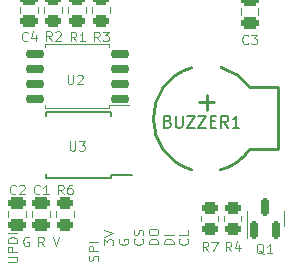
<source format=gbr>
%TF.GenerationSoftware,KiCad,Pcbnew,7.0.10*%
%TF.CreationDate,2026-02-12T12:37:37+08:00*%
%TF.ProjectId,NeepNeep-DAC-V2,4e656570-4e65-4657-902d-4441432d5632,V2*%
%TF.SameCoordinates,Original*%
%TF.FileFunction,Legend,Top*%
%TF.FilePolarity,Positive*%
%FSLAX46Y46*%
G04 Gerber Fmt 4.6, Leading zero omitted, Abs format (unit mm)*
G04 Created by KiCad (PCBNEW 7.0.10) date 2026-02-12 12:37:37*
%MOMM*%
%LPD*%
G01*
G04 APERTURE LIST*
G04 Aperture macros list*
%AMRoundRect*
0 Rectangle with rounded corners*
0 $1 Rounding radius*
0 $2 $3 $4 $5 $6 $7 $8 $9 X,Y pos of 4 corners*
0 Add a 4 corners polygon primitive as box body*
4,1,4,$2,$3,$4,$5,$6,$7,$8,$9,$2,$3,0*
0 Add four circle primitives for the rounded corners*
1,1,$1+$1,$2,$3*
1,1,$1+$1,$4,$5*
1,1,$1+$1,$6,$7*
1,1,$1+$1,$8,$9*
0 Add four rect primitives between the rounded corners*
20,1,$1+$1,$2,$3,$4,$5,0*
20,1,$1+$1,$4,$5,$6,$7,0*
20,1,$1+$1,$6,$7,$8,$9,0*
20,1,$1+$1,$8,$9,$2,$3,0*%
G04 Aperture macros list end*
%ADD10C,0.100000*%
%ADD11C,0.150000*%
%ADD12C,0.120000*%
%ADD13C,0.250000*%
%ADD14R,1.000000X1.000000*%
%ADD15O,1.000000X1.000000*%
%ADD16RoundRect,0.250000X-0.475000X0.250000X-0.475000X-0.250000X0.475000X-0.250000X0.475000X0.250000X0*%
%ADD17RoundRect,0.250000X-0.450000X0.262500X-0.450000X-0.262500X0.450000X-0.262500X0.450000X0.262500X0*%
%ADD18R,2.000000X3.000000*%
%ADD19RoundRect,0.150000X0.150000X-0.587500X0.150000X0.587500X-0.150000X0.587500X-0.150000X-0.587500X0*%
%ADD20RoundRect,0.150000X0.650000X0.150000X-0.650000X0.150000X-0.650000X-0.150000X0.650000X-0.150000X0*%
%ADD21R,1.700000X0.650000*%
G04 APERTURE END LIST*
D10*
X-4042200Y-11541830D02*
X-4004105Y-11427544D01*
X-4004105Y-11427544D02*
X-4004105Y-11237068D01*
X-4004105Y-11237068D02*
X-4042200Y-11160877D01*
X-4042200Y-11160877D02*
X-4080296Y-11122782D01*
X-4080296Y-11122782D02*
X-4156486Y-11084687D01*
X-4156486Y-11084687D02*
X-4232677Y-11084687D01*
X-4232677Y-11084687D02*
X-4308867Y-11122782D01*
X-4308867Y-11122782D02*
X-4346962Y-11160877D01*
X-4346962Y-11160877D02*
X-4385058Y-11237068D01*
X-4385058Y-11237068D02*
X-4423153Y-11389449D01*
X-4423153Y-11389449D02*
X-4461248Y-11465639D01*
X-4461248Y-11465639D02*
X-4499343Y-11503734D01*
X-4499343Y-11503734D02*
X-4575534Y-11541830D01*
X-4575534Y-11541830D02*
X-4651724Y-11541830D01*
X-4651724Y-11541830D02*
X-4727915Y-11503734D01*
X-4727915Y-11503734D02*
X-4766010Y-11465639D01*
X-4766010Y-11465639D02*
X-4804105Y-11389449D01*
X-4804105Y-11389449D02*
X-4804105Y-11198972D01*
X-4804105Y-11198972D02*
X-4766010Y-11084687D01*
X-4004105Y-10741829D02*
X-4804105Y-10741829D01*
X-4804105Y-10741829D02*
X-4804105Y-10437067D01*
X-4804105Y-10437067D02*
X-4766010Y-10360877D01*
X-4766010Y-10360877D02*
X-4727915Y-10322782D01*
X-4727915Y-10322782D02*
X-4651724Y-10284686D01*
X-4651724Y-10284686D02*
X-4537439Y-10284686D01*
X-4537439Y-10284686D02*
X-4461248Y-10322782D01*
X-4461248Y-10322782D02*
X-4423153Y-10360877D01*
X-4423153Y-10360877D02*
X-4385058Y-10437067D01*
X-4385058Y-10437067D02*
X-4385058Y-10741829D01*
X-4004105Y-9941829D02*
X-4804105Y-9941829D01*
X-11662105Y-11630734D02*
X-11014486Y-11630734D01*
X-11014486Y-11630734D02*
X-10938296Y-11592639D01*
X-10938296Y-11592639D02*
X-10900200Y-11554544D01*
X-10900200Y-11554544D02*
X-10862105Y-11478353D01*
X-10862105Y-11478353D02*
X-10862105Y-11325972D01*
X-10862105Y-11325972D02*
X-10900200Y-11249782D01*
X-10900200Y-11249782D02*
X-10938296Y-11211687D01*
X-10938296Y-11211687D02*
X-11014486Y-11173591D01*
X-11014486Y-11173591D02*
X-11662105Y-11173591D01*
X-10862105Y-10792639D02*
X-11662105Y-10792639D01*
X-11662105Y-10792639D02*
X-11662105Y-10487877D01*
X-11662105Y-10487877D02*
X-11624010Y-10411687D01*
X-11624010Y-10411687D02*
X-11585915Y-10373592D01*
X-11585915Y-10373592D02*
X-11509724Y-10335496D01*
X-11509724Y-10335496D02*
X-11395439Y-10335496D01*
X-11395439Y-10335496D02*
X-11319248Y-10373592D01*
X-11319248Y-10373592D02*
X-11281153Y-10411687D01*
X-11281153Y-10411687D02*
X-11243058Y-10487877D01*
X-11243058Y-10487877D02*
X-11243058Y-10792639D01*
X-10862105Y-9992639D02*
X-11662105Y-9992639D01*
X-11662105Y-9992639D02*
X-11662105Y-9802163D01*
X-11662105Y-9802163D02*
X-11624010Y-9687877D01*
X-11624010Y-9687877D02*
X-11547820Y-9611687D01*
X-11547820Y-9611687D02*
X-11471629Y-9573592D01*
X-11471629Y-9573592D02*
X-11319248Y-9535496D01*
X-11319248Y-9535496D02*
X-11204962Y-9535496D01*
X-11204962Y-9535496D02*
X-11052581Y-9573592D01*
X-11052581Y-9573592D02*
X-10976391Y-9611687D01*
X-10976391Y-9611687D02*
X-10900200Y-9687877D01*
X-10900200Y-9687877D02*
X-10862105Y-9802163D01*
X-10862105Y-9802163D02*
X-10862105Y-9992639D01*
X-10862105Y-9192639D02*
X-11662105Y-9192639D01*
X-3534105Y-10202761D02*
X-3534105Y-9707523D01*
X-3534105Y-9707523D02*
X-3229343Y-9974189D01*
X-3229343Y-9974189D02*
X-3229343Y-9859904D01*
X-3229343Y-9859904D02*
X-3191248Y-9783713D01*
X-3191248Y-9783713D02*
X-3153153Y-9745618D01*
X-3153153Y-9745618D02*
X-3076962Y-9707523D01*
X-3076962Y-9707523D02*
X-2886486Y-9707523D01*
X-2886486Y-9707523D02*
X-2810296Y-9745618D01*
X-2810296Y-9745618D02*
X-2772200Y-9783713D01*
X-2772200Y-9783713D02*
X-2734105Y-9859904D01*
X-2734105Y-9859904D02*
X-2734105Y-10088475D01*
X-2734105Y-10088475D02*
X-2772200Y-10164666D01*
X-2772200Y-10164666D02*
X-2810296Y-10202761D01*
X-3534105Y-9478951D02*
X-2734105Y-9212284D01*
X-2734105Y-9212284D02*
X-3534105Y-8945618D01*
X2390895Y-10126570D02*
X1590895Y-10126570D01*
X1590895Y-10126570D02*
X1590895Y-9936094D01*
X1590895Y-9936094D02*
X1628990Y-9821808D01*
X1628990Y-9821808D02*
X1705180Y-9745618D01*
X1705180Y-9745618D02*
X1781371Y-9707523D01*
X1781371Y-9707523D02*
X1933752Y-9669427D01*
X1933752Y-9669427D02*
X2048038Y-9669427D01*
X2048038Y-9669427D02*
X2200419Y-9707523D01*
X2200419Y-9707523D02*
X2276609Y-9745618D01*
X2276609Y-9745618D02*
X2352800Y-9821808D01*
X2352800Y-9821808D02*
X2390895Y-9936094D01*
X2390895Y-9936094D02*
X2390895Y-10126570D01*
X2390895Y-9326570D02*
X1590895Y-9326570D01*
X1090895Y-10126570D02*
X290895Y-10126570D01*
X290895Y-10126570D02*
X290895Y-9936094D01*
X290895Y-9936094D02*
X328990Y-9821808D01*
X328990Y-9821808D02*
X405180Y-9745618D01*
X405180Y-9745618D02*
X481371Y-9707523D01*
X481371Y-9707523D02*
X633752Y-9669427D01*
X633752Y-9669427D02*
X748038Y-9669427D01*
X748038Y-9669427D02*
X900419Y-9707523D01*
X900419Y-9707523D02*
X976609Y-9745618D01*
X976609Y-9745618D02*
X1052800Y-9821808D01*
X1052800Y-9821808D02*
X1090895Y-9936094D01*
X1090895Y-9936094D02*
X1090895Y-10126570D01*
X290895Y-9174189D02*
X290895Y-9021808D01*
X290895Y-9021808D02*
X328990Y-8945618D01*
X328990Y-8945618D02*
X405180Y-8869427D01*
X405180Y-8869427D02*
X557561Y-8831332D01*
X557561Y-8831332D02*
X824228Y-8831332D01*
X824228Y-8831332D02*
X976609Y-8869427D01*
X976609Y-8869427D02*
X1052800Y-8945618D01*
X1052800Y-8945618D02*
X1090895Y-9021808D01*
X1090895Y-9021808D02*
X1090895Y-9174189D01*
X1090895Y-9174189D02*
X1052800Y-9250380D01*
X1052800Y-9250380D02*
X976609Y-9326570D01*
X976609Y-9326570D02*
X824228Y-9364666D01*
X824228Y-9364666D02*
X557561Y-9364666D01*
X557561Y-9364666D02*
X405180Y-9326570D01*
X405180Y-9326570D02*
X328990Y-9250380D01*
X328990Y-9250380D02*
X290895Y-9174189D01*
X-260296Y-9681332D02*
X-222200Y-9719428D01*
X-222200Y-9719428D02*
X-184105Y-9833713D01*
X-184105Y-9833713D02*
X-184105Y-9909904D01*
X-184105Y-9909904D02*
X-222200Y-10024190D01*
X-222200Y-10024190D02*
X-298391Y-10100380D01*
X-298391Y-10100380D02*
X-374581Y-10138475D01*
X-374581Y-10138475D02*
X-526962Y-10176571D01*
X-526962Y-10176571D02*
X-641248Y-10176571D01*
X-641248Y-10176571D02*
X-793629Y-10138475D01*
X-793629Y-10138475D02*
X-869820Y-10100380D01*
X-869820Y-10100380D02*
X-946010Y-10024190D01*
X-946010Y-10024190D02*
X-984105Y-9909904D01*
X-984105Y-9909904D02*
X-984105Y-9833713D01*
X-984105Y-9833713D02*
X-946010Y-9719428D01*
X-946010Y-9719428D02*
X-907915Y-9681332D01*
X-222200Y-9376571D02*
X-184105Y-9262285D01*
X-184105Y-9262285D02*
X-184105Y-9071809D01*
X-184105Y-9071809D02*
X-222200Y-8995618D01*
X-222200Y-8995618D02*
X-260296Y-8957523D01*
X-260296Y-8957523D02*
X-336486Y-8919428D01*
X-336486Y-8919428D02*
X-412677Y-8919428D01*
X-412677Y-8919428D02*
X-488867Y-8957523D01*
X-488867Y-8957523D02*
X-526962Y-8995618D01*
X-526962Y-8995618D02*
X-565058Y-9071809D01*
X-565058Y-9071809D02*
X-603153Y-9224190D01*
X-603153Y-9224190D02*
X-641248Y-9300380D01*
X-641248Y-9300380D02*
X-679343Y-9338475D01*
X-679343Y-9338475D02*
X-755534Y-9376571D01*
X-755534Y-9376571D02*
X-831724Y-9376571D01*
X-831724Y-9376571D02*
X-907915Y-9338475D01*
X-907915Y-9338475D02*
X-946010Y-9300380D01*
X-946010Y-9300380D02*
X-984105Y-9224190D01*
X-984105Y-9224190D02*
X-984105Y-9033713D01*
X-984105Y-9033713D02*
X-946010Y-8919428D01*
X-2221010Y-9707523D02*
X-2259105Y-9783713D01*
X-2259105Y-9783713D02*
X-2259105Y-9897999D01*
X-2259105Y-9897999D02*
X-2221010Y-10012285D01*
X-2221010Y-10012285D02*
X-2144820Y-10088475D01*
X-2144820Y-10088475D02*
X-2068629Y-10126570D01*
X-2068629Y-10126570D02*
X-1916248Y-10164666D01*
X-1916248Y-10164666D02*
X-1801962Y-10164666D01*
X-1801962Y-10164666D02*
X-1649581Y-10126570D01*
X-1649581Y-10126570D02*
X-1573391Y-10088475D01*
X-1573391Y-10088475D02*
X-1497200Y-10012285D01*
X-1497200Y-10012285D02*
X-1459105Y-9897999D01*
X-1459105Y-9897999D02*
X-1459105Y-9821808D01*
X-1459105Y-9821808D02*
X-1497200Y-9707523D01*
X-1497200Y-9707523D02*
X-1535296Y-9669427D01*
X-1535296Y-9669427D02*
X-1801962Y-9669427D01*
X-1801962Y-9669427D02*
X-1801962Y-9821808D01*
X3564704Y-9669427D02*
X3602800Y-9707523D01*
X3602800Y-9707523D02*
X3640895Y-9821808D01*
X3640895Y-9821808D02*
X3640895Y-9897999D01*
X3640895Y-9897999D02*
X3602800Y-10012285D01*
X3602800Y-10012285D02*
X3526609Y-10088475D01*
X3526609Y-10088475D02*
X3450419Y-10126570D01*
X3450419Y-10126570D02*
X3298038Y-10164666D01*
X3298038Y-10164666D02*
X3183752Y-10164666D01*
X3183752Y-10164666D02*
X3031371Y-10126570D01*
X3031371Y-10126570D02*
X2955180Y-10088475D01*
X2955180Y-10088475D02*
X2878990Y-10012285D01*
X2878990Y-10012285D02*
X2840895Y-9897999D01*
X2840895Y-9897999D02*
X2840895Y-9821808D01*
X2840895Y-9821808D02*
X2878990Y-9707523D01*
X2878990Y-9707523D02*
X2917085Y-9669427D01*
X3640895Y-8945618D02*
X3640895Y-9326570D01*
X3640895Y-9326570D02*
X2840895Y-9326570D01*
X-8586381Y-10287895D02*
X-8853048Y-9906942D01*
X-9043524Y-10287895D02*
X-9043524Y-9487895D01*
X-9043524Y-9487895D02*
X-8738762Y-9487895D01*
X-8738762Y-9487895D02*
X-8662572Y-9525990D01*
X-8662572Y-9525990D02*
X-8624477Y-9564085D01*
X-8624477Y-9564085D02*
X-8586381Y-9640276D01*
X-8586381Y-9640276D02*
X-8586381Y-9754561D01*
X-8586381Y-9754561D02*
X-8624477Y-9830752D01*
X-8624477Y-9830752D02*
X-8662572Y-9868847D01*
X-8662572Y-9868847D02*
X-8738762Y-9906942D01*
X-8738762Y-9906942D02*
X-9043524Y-9906942D01*
X-7800667Y-9487895D02*
X-7534000Y-10287895D01*
X-7534000Y-10287895D02*
X-7267334Y-9487895D01*
X-9874477Y-9550990D02*
X-9950667Y-9512895D01*
X-9950667Y-9512895D02*
X-10064953Y-9512895D01*
X-10064953Y-9512895D02*
X-10179239Y-9550990D01*
X-10179239Y-9550990D02*
X-10255429Y-9627180D01*
X-10255429Y-9627180D02*
X-10293524Y-9703371D01*
X-10293524Y-9703371D02*
X-10331620Y-9855752D01*
X-10331620Y-9855752D02*
X-10331620Y-9970038D01*
X-10331620Y-9970038D02*
X-10293524Y-10122419D01*
X-10293524Y-10122419D02*
X-10255429Y-10198609D01*
X-10255429Y-10198609D02*
X-10179239Y-10274800D01*
X-10179239Y-10274800D02*
X-10064953Y-10312895D01*
X-10064953Y-10312895D02*
X-9988762Y-10312895D01*
X-9988762Y-10312895D02*
X-9874477Y-10274800D01*
X-9874477Y-10274800D02*
X-9836381Y-10236704D01*
X-9836381Y-10236704D02*
X-9836381Y-9970038D01*
X-9836381Y-9970038D02*
X-9988762Y-9970038D01*
X-8947333Y-5825704D02*
X-8985429Y-5863800D01*
X-8985429Y-5863800D02*
X-9099714Y-5901895D01*
X-9099714Y-5901895D02*
X-9175905Y-5901895D01*
X-9175905Y-5901895D02*
X-9290191Y-5863800D01*
X-9290191Y-5863800D02*
X-9366381Y-5787609D01*
X-9366381Y-5787609D02*
X-9404476Y-5711419D01*
X-9404476Y-5711419D02*
X-9442572Y-5559038D01*
X-9442572Y-5559038D02*
X-9442572Y-5444752D01*
X-9442572Y-5444752D02*
X-9404476Y-5292371D01*
X-9404476Y-5292371D02*
X-9366381Y-5216180D01*
X-9366381Y-5216180D02*
X-9290191Y-5139990D01*
X-9290191Y-5139990D02*
X-9175905Y-5101895D01*
X-9175905Y-5101895D02*
X-9099714Y-5101895D01*
X-9099714Y-5101895D02*
X-8985429Y-5139990D01*
X-8985429Y-5139990D02*
X-8947333Y-5178085D01*
X-8185429Y-5901895D02*
X-8642572Y-5901895D01*
X-8414000Y-5901895D02*
X-8414000Y-5101895D01*
X-8414000Y-5101895D02*
X-8490191Y-5216180D01*
X-8490191Y-5216180D02*
X-8566381Y-5292371D01*
X-8566381Y-5292371D02*
X-8642572Y-5330466D01*
X7266667Y-10727895D02*
X7000000Y-10346942D01*
X6809524Y-10727895D02*
X6809524Y-9927895D01*
X6809524Y-9927895D02*
X7114286Y-9927895D01*
X7114286Y-9927895D02*
X7190476Y-9965990D01*
X7190476Y-9965990D02*
X7228571Y-10004085D01*
X7228571Y-10004085D02*
X7266667Y-10080276D01*
X7266667Y-10080276D02*
X7266667Y-10194561D01*
X7266667Y-10194561D02*
X7228571Y-10270752D01*
X7228571Y-10270752D02*
X7190476Y-10308847D01*
X7190476Y-10308847D02*
X7114286Y-10346942D01*
X7114286Y-10346942D02*
X6809524Y-10346942D01*
X7952381Y-10194561D02*
X7952381Y-10727895D01*
X7761905Y-9889800D02*
X7571428Y-10461228D01*
X7571428Y-10461228D02*
X8066667Y-10461228D01*
D11*
X1916666Y268991D02*
X2059523Y221372D01*
X2059523Y221372D02*
X2107142Y173753D01*
X2107142Y173753D02*
X2154761Y78515D01*
X2154761Y78515D02*
X2154761Y-64342D01*
X2154761Y-64342D02*
X2107142Y-159580D01*
X2107142Y-159580D02*
X2059523Y-207200D01*
X2059523Y-207200D02*
X1964285Y-254819D01*
X1964285Y-254819D02*
X1583333Y-254819D01*
X1583333Y-254819D02*
X1583333Y745181D01*
X1583333Y745181D02*
X1916666Y745181D01*
X1916666Y745181D02*
X2011904Y697562D01*
X2011904Y697562D02*
X2059523Y649943D01*
X2059523Y649943D02*
X2107142Y554705D01*
X2107142Y554705D02*
X2107142Y459467D01*
X2107142Y459467D02*
X2059523Y364229D01*
X2059523Y364229D02*
X2011904Y316610D01*
X2011904Y316610D02*
X1916666Y268991D01*
X1916666Y268991D02*
X1583333Y268991D01*
X2583333Y745181D02*
X2583333Y-64342D01*
X2583333Y-64342D02*
X2630952Y-159580D01*
X2630952Y-159580D02*
X2678571Y-207200D01*
X2678571Y-207200D02*
X2773809Y-254819D01*
X2773809Y-254819D02*
X2964285Y-254819D01*
X2964285Y-254819D02*
X3059523Y-207200D01*
X3059523Y-207200D02*
X3107142Y-159580D01*
X3107142Y-159580D02*
X3154761Y-64342D01*
X3154761Y-64342D02*
X3154761Y745181D01*
X3535714Y745181D02*
X4202380Y745181D01*
X4202380Y745181D02*
X3535714Y-254819D01*
X3535714Y-254819D02*
X4202380Y-254819D01*
X4488095Y745181D02*
X5154761Y745181D01*
X5154761Y745181D02*
X4488095Y-254819D01*
X4488095Y-254819D02*
X5154761Y-254819D01*
X5535714Y268991D02*
X5869047Y268991D01*
X6011904Y-254819D02*
X5535714Y-254819D01*
X5535714Y-254819D02*
X5535714Y745181D01*
X5535714Y745181D02*
X6011904Y745181D01*
X7011904Y-254819D02*
X6678571Y221372D01*
X6440476Y-254819D02*
X6440476Y745181D01*
X6440476Y745181D02*
X6821428Y745181D01*
X6821428Y745181D02*
X6916666Y697562D01*
X6916666Y697562D02*
X6964285Y649943D01*
X6964285Y649943D02*
X7011904Y554705D01*
X7011904Y554705D02*
X7011904Y411848D01*
X7011904Y411848D02*
X6964285Y316610D01*
X6964285Y316610D02*
X6916666Y268991D01*
X6916666Y268991D02*
X6821428Y221372D01*
X6821428Y221372D02*
X6440476Y221372D01*
X7964285Y-254819D02*
X7392857Y-254819D01*
X7678571Y-254819D02*
X7678571Y745181D01*
X7678571Y745181D02*
X7583333Y602324D01*
X7583333Y602324D02*
X7488095Y507086D01*
X7488095Y507086D02*
X7392857Y459467D01*
D10*
X10032809Y-10969085D02*
X9956619Y-10930990D01*
X9956619Y-10930990D02*
X9880428Y-10854800D01*
X9880428Y-10854800D02*
X9766142Y-10740514D01*
X9766142Y-10740514D02*
X9689952Y-10702419D01*
X9689952Y-10702419D02*
X9613761Y-10702419D01*
X9651857Y-10892895D02*
X9575666Y-10854800D01*
X9575666Y-10854800D02*
X9499476Y-10778609D01*
X9499476Y-10778609D02*
X9461380Y-10626228D01*
X9461380Y-10626228D02*
X9461380Y-10359561D01*
X9461380Y-10359561D02*
X9499476Y-10207180D01*
X9499476Y-10207180D02*
X9575666Y-10130990D01*
X9575666Y-10130990D02*
X9651857Y-10092895D01*
X9651857Y-10092895D02*
X9804238Y-10092895D01*
X9804238Y-10092895D02*
X9880428Y-10130990D01*
X9880428Y-10130990D02*
X9956619Y-10207180D01*
X9956619Y-10207180D02*
X9994714Y-10359561D01*
X9994714Y-10359561D02*
X9994714Y-10626228D01*
X9994714Y-10626228D02*
X9956619Y-10778609D01*
X9956619Y-10778609D02*
X9880428Y-10854800D01*
X9880428Y-10854800D02*
X9804238Y-10892895D01*
X9804238Y-10892895D02*
X9651857Y-10892895D01*
X10756618Y-10892895D02*
X10299475Y-10892895D01*
X10528047Y-10892895D02*
X10528047Y-10092895D01*
X10528047Y-10092895D02*
X10451856Y-10207180D01*
X10451856Y-10207180D02*
X10375666Y-10283371D01*
X10375666Y-10283371D02*
X10299475Y-10321466D01*
X-6915333Y-5901895D02*
X-7182000Y-5520942D01*
X-7372476Y-5901895D02*
X-7372476Y-5101895D01*
X-7372476Y-5101895D02*
X-7067714Y-5101895D01*
X-7067714Y-5101895D02*
X-6991524Y-5139990D01*
X-6991524Y-5139990D02*
X-6953429Y-5178085D01*
X-6953429Y-5178085D02*
X-6915333Y-5254276D01*
X-6915333Y-5254276D02*
X-6915333Y-5368561D01*
X-6915333Y-5368561D02*
X-6953429Y-5444752D01*
X-6953429Y-5444752D02*
X-6991524Y-5482847D01*
X-6991524Y-5482847D02*
X-7067714Y-5520942D01*
X-7067714Y-5520942D02*
X-7372476Y-5520942D01*
X-6229619Y-5101895D02*
X-6382000Y-5101895D01*
X-6382000Y-5101895D02*
X-6458191Y-5139990D01*
X-6458191Y-5139990D02*
X-6496286Y-5178085D01*
X-6496286Y-5178085D02*
X-6572476Y-5292371D01*
X-6572476Y-5292371D02*
X-6610572Y-5444752D01*
X-6610572Y-5444752D02*
X-6610572Y-5749514D01*
X-6610572Y-5749514D02*
X-6572476Y-5825704D01*
X-6572476Y-5825704D02*
X-6534381Y-5863800D01*
X-6534381Y-5863800D02*
X-6458191Y-5901895D01*
X-6458191Y-5901895D02*
X-6305810Y-5901895D01*
X-6305810Y-5901895D02*
X-6229619Y-5863800D01*
X-6229619Y-5863800D02*
X-6191524Y-5825704D01*
X-6191524Y-5825704D02*
X-6153429Y-5749514D01*
X-6153429Y-5749514D02*
X-6153429Y-5559038D01*
X-6153429Y-5559038D02*
X-6191524Y-5482847D01*
X-6191524Y-5482847D02*
X-6229619Y-5444752D01*
X-6229619Y-5444752D02*
X-6305810Y-5406657D01*
X-6305810Y-5406657D02*
X-6458191Y-5406657D01*
X-6458191Y-5406657D02*
X-6534381Y-5444752D01*
X-6534381Y-5444752D02*
X-6572476Y-5482847D01*
X-6572476Y-5482847D02*
X-6610572Y-5559038D01*
X-3867333Y7052105D02*
X-4134000Y7433058D01*
X-4324476Y7052105D02*
X-4324476Y7852105D01*
X-4324476Y7852105D02*
X-4019714Y7852105D01*
X-4019714Y7852105D02*
X-3943524Y7814010D01*
X-3943524Y7814010D02*
X-3905429Y7775915D01*
X-3905429Y7775915D02*
X-3867333Y7699724D01*
X-3867333Y7699724D02*
X-3867333Y7585439D01*
X-3867333Y7585439D02*
X-3905429Y7509248D01*
X-3905429Y7509248D02*
X-3943524Y7471153D01*
X-3943524Y7471153D02*
X-4019714Y7433058D01*
X-4019714Y7433058D02*
X-4324476Y7433058D01*
X-3600667Y7852105D02*
X-3105429Y7852105D01*
X-3105429Y7852105D02*
X-3372095Y7547343D01*
X-3372095Y7547343D02*
X-3257810Y7547343D01*
X-3257810Y7547343D02*
X-3181619Y7509248D01*
X-3181619Y7509248D02*
X-3143524Y7471153D01*
X-3143524Y7471153D02*
X-3105429Y7394962D01*
X-3105429Y7394962D02*
X-3105429Y7204486D01*
X-3105429Y7204486D02*
X-3143524Y7128296D01*
X-3143524Y7128296D02*
X-3181619Y7090200D01*
X-3181619Y7090200D02*
X-3257810Y7052105D01*
X-3257810Y7052105D02*
X-3486381Y7052105D01*
X-3486381Y7052105D02*
X-3562572Y7090200D01*
X-3562572Y7090200D02*
X-3600667Y7128296D01*
X-6545524Y4228355D02*
X-6545524Y3580736D01*
X-6545524Y3580736D02*
X-6507429Y3504546D01*
X-6507429Y3504546D02*
X-6469334Y3466450D01*
X-6469334Y3466450D02*
X-6393143Y3428355D01*
X-6393143Y3428355D02*
X-6240762Y3428355D01*
X-6240762Y3428355D02*
X-6164572Y3466450D01*
X-6164572Y3466450D02*
X-6126477Y3504546D01*
X-6126477Y3504546D02*
X-6088381Y3580736D01*
X-6088381Y3580736D02*
X-6088381Y4228355D01*
X-5745525Y4152165D02*
X-5707429Y4190260D01*
X-5707429Y4190260D02*
X-5631239Y4228355D01*
X-5631239Y4228355D02*
X-5440763Y4228355D01*
X-5440763Y4228355D02*
X-5364572Y4190260D01*
X-5364572Y4190260D02*
X-5326477Y4152165D01*
X-5326477Y4152165D02*
X-5288382Y4075974D01*
X-5288382Y4075974D02*
X-5288382Y3999784D01*
X-5288382Y3999784D02*
X-5326477Y3885498D01*
X-5326477Y3885498D02*
X-5783620Y3428355D01*
X-5783620Y3428355D02*
X-5288382Y3428355D01*
X-7931333Y7088105D02*
X-8198000Y7469058D01*
X-8388476Y7088105D02*
X-8388476Y7888105D01*
X-8388476Y7888105D02*
X-8083714Y7888105D01*
X-8083714Y7888105D02*
X-8007524Y7850010D01*
X-8007524Y7850010D02*
X-7969429Y7811915D01*
X-7969429Y7811915D02*
X-7931333Y7735724D01*
X-7931333Y7735724D02*
X-7931333Y7621439D01*
X-7931333Y7621439D02*
X-7969429Y7545248D01*
X-7969429Y7545248D02*
X-8007524Y7507153D01*
X-8007524Y7507153D02*
X-8083714Y7469058D01*
X-8083714Y7469058D02*
X-8388476Y7469058D01*
X-7626572Y7811915D02*
X-7588476Y7850010D01*
X-7588476Y7850010D02*
X-7512286Y7888105D01*
X-7512286Y7888105D02*
X-7321810Y7888105D01*
X-7321810Y7888105D02*
X-7245619Y7850010D01*
X-7245619Y7850010D02*
X-7207524Y7811915D01*
X-7207524Y7811915D02*
X-7169429Y7735724D01*
X-7169429Y7735724D02*
X-7169429Y7659534D01*
X-7169429Y7659534D02*
X-7207524Y7545248D01*
X-7207524Y7545248D02*
X-7664667Y7088105D01*
X-7664667Y7088105D02*
X-7169429Y7088105D01*
X-6375524Y-1418895D02*
X-6375524Y-2066514D01*
X-6375524Y-2066514D02*
X-6337429Y-2142704D01*
X-6337429Y-2142704D02*
X-6299334Y-2180800D01*
X-6299334Y-2180800D02*
X-6223143Y-2218895D01*
X-6223143Y-2218895D02*
X-6070762Y-2218895D01*
X-6070762Y-2218895D02*
X-5994572Y-2180800D01*
X-5994572Y-2180800D02*
X-5956477Y-2142704D01*
X-5956477Y-2142704D02*
X-5918381Y-2066514D01*
X-5918381Y-2066514D02*
X-5918381Y-1418895D01*
X-5613620Y-1418895D02*
X-5118382Y-1418895D01*
X-5118382Y-1418895D02*
X-5385048Y-1723657D01*
X-5385048Y-1723657D02*
X-5270763Y-1723657D01*
X-5270763Y-1723657D02*
X-5194572Y-1761752D01*
X-5194572Y-1761752D02*
X-5156477Y-1799847D01*
X-5156477Y-1799847D02*
X-5118382Y-1876038D01*
X-5118382Y-1876038D02*
X-5118382Y-2066514D01*
X-5118382Y-2066514D02*
X-5156477Y-2142704D01*
X-5156477Y-2142704D02*
X-5194572Y-2180800D01*
X-5194572Y-2180800D02*
X-5270763Y-2218895D01*
X-5270763Y-2218895D02*
X-5499334Y-2218895D01*
X-5499334Y-2218895D02*
X-5575525Y-2180800D01*
X-5575525Y-2180800D02*
X-5613620Y-2142704D01*
X8705667Y6874296D02*
X8667571Y6836200D01*
X8667571Y6836200D02*
X8553286Y6798105D01*
X8553286Y6798105D02*
X8477095Y6798105D01*
X8477095Y6798105D02*
X8362809Y6836200D01*
X8362809Y6836200D02*
X8286619Y6912391D01*
X8286619Y6912391D02*
X8248524Y6988581D01*
X8248524Y6988581D02*
X8210428Y7140962D01*
X8210428Y7140962D02*
X8210428Y7255248D01*
X8210428Y7255248D02*
X8248524Y7407629D01*
X8248524Y7407629D02*
X8286619Y7483820D01*
X8286619Y7483820D02*
X8362809Y7560010D01*
X8362809Y7560010D02*
X8477095Y7598105D01*
X8477095Y7598105D02*
X8553286Y7598105D01*
X8553286Y7598105D02*
X8667571Y7560010D01*
X8667571Y7560010D02*
X8705667Y7521915D01*
X8972333Y7598105D02*
X9467571Y7598105D01*
X9467571Y7598105D02*
X9200905Y7293343D01*
X9200905Y7293343D02*
X9315190Y7293343D01*
X9315190Y7293343D02*
X9391381Y7255248D01*
X9391381Y7255248D02*
X9429476Y7217153D01*
X9429476Y7217153D02*
X9467571Y7140962D01*
X9467571Y7140962D02*
X9467571Y6950486D01*
X9467571Y6950486D02*
X9429476Y6874296D01*
X9429476Y6874296D02*
X9391381Y6836200D01*
X9391381Y6836200D02*
X9315190Y6798105D01*
X9315190Y6798105D02*
X9086619Y6798105D01*
X9086619Y6798105D02*
X9010428Y6836200D01*
X9010428Y6836200D02*
X8972333Y6874296D01*
X-5849333Y7038105D02*
X-6116000Y7419058D01*
X-6306476Y7038105D02*
X-6306476Y7838105D01*
X-6306476Y7838105D02*
X-6001714Y7838105D01*
X-6001714Y7838105D02*
X-5925524Y7800010D01*
X-5925524Y7800010D02*
X-5887429Y7761915D01*
X-5887429Y7761915D02*
X-5849333Y7685724D01*
X-5849333Y7685724D02*
X-5849333Y7571439D01*
X-5849333Y7571439D02*
X-5887429Y7495248D01*
X-5887429Y7495248D02*
X-5925524Y7457153D01*
X-5925524Y7457153D02*
X-6001714Y7419058D01*
X-6001714Y7419058D02*
X-6306476Y7419058D01*
X-5087429Y7038105D02*
X-5544572Y7038105D01*
X-5316000Y7038105D02*
X-5316000Y7838105D01*
X-5316000Y7838105D02*
X-5392191Y7723820D01*
X-5392191Y7723820D02*
X-5468381Y7647629D01*
X-5468381Y7647629D02*
X-5544572Y7609534D01*
X-9963333Y7128296D02*
X-10001429Y7090200D01*
X-10001429Y7090200D02*
X-10115714Y7052105D01*
X-10115714Y7052105D02*
X-10191905Y7052105D01*
X-10191905Y7052105D02*
X-10306191Y7090200D01*
X-10306191Y7090200D02*
X-10382381Y7166391D01*
X-10382381Y7166391D02*
X-10420476Y7242581D01*
X-10420476Y7242581D02*
X-10458572Y7394962D01*
X-10458572Y7394962D02*
X-10458572Y7509248D01*
X-10458572Y7509248D02*
X-10420476Y7661629D01*
X-10420476Y7661629D02*
X-10382381Y7737820D01*
X-10382381Y7737820D02*
X-10306191Y7814010D01*
X-10306191Y7814010D02*
X-10191905Y7852105D01*
X-10191905Y7852105D02*
X-10115714Y7852105D01*
X-10115714Y7852105D02*
X-10001429Y7814010D01*
X-10001429Y7814010D02*
X-9963333Y7775915D01*
X-9277619Y7585439D02*
X-9277619Y7052105D01*
X-9468095Y7890200D02*
X-9658572Y7318772D01*
X-9658572Y7318772D02*
X-9163333Y7318772D01*
X-10979333Y-5825704D02*
X-11017429Y-5863800D01*
X-11017429Y-5863800D02*
X-11131714Y-5901895D01*
X-11131714Y-5901895D02*
X-11207905Y-5901895D01*
X-11207905Y-5901895D02*
X-11322191Y-5863800D01*
X-11322191Y-5863800D02*
X-11398381Y-5787609D01*
X-11398381Y-5787609D02*
X-11436476Y-5711419D01*
X-11436476Y-5711419D02*
X-11474572Y-5559038D01*
X-11474572Y-5559038D02*
X-11474572Y-5444752D01*
X-11474572Y-5444752D02*
X-11436476Y-5292371D01*
X-11436476Y-5292371D02*
X-11398381Y-5216180D01*
X-11398381Y-5216180D02*
X-11322191Y-5139990D01*
X-11322191Y-5139990D02*
X-11207905Y-5101895D01*
X-11207905Y-5101895D02*
X-11131714Y-5101895D01*
X-11131714Y-5101895D02*
X-11017429Y-5139990D01*
X-11017429Y-5139990D02*
X-10979333Y-5178085D01*
X-10674572Y-5178085D02*
X-10636476Y-5139990D01*
X-10636476Y-5139990D02*
X-10560286Y-5101895D01*
X-10560286Y-5101895D02*
X-10369810Y-5101895D01*
X-10369810Y-5101895D02*
X-10293619Y-5139990D01*
X-10293619Y-5139990D02*
X-10255524Y-5178085D01*
X-10255524Y-5178085D02*
X-10217429Y-5254276D01*
X-10217429Y-5254276D02*
X-10217429Y-5330466D01*
X-10217429Y-5330466D02*
X-10255524Y-5444752D01*
X-10255524Y-5444752D02*
X-10712667Y-5901895D01*
X-10712667Y-5901895D02*
X-10217429Y-5901895D01*
X5316667Y-10727895D02*
X5050000Y-10346942D01*
X4859524Y-10727895D02*
X4859524Y-9927895D01*
X4859524Y-9927895D02*
X5164286Y-9927895D01*
X5164286Y-9927895D02*
X5240476Y-9965990D01*
X5240476Y-9965990D02*
X5278571Y-10004085D01*
X5278571Y-10004085D02*
X5316667Y-10080276D01*
X5316667Y-10080276D02*
X5316667Y-10194561D01*
X5316667Y-10194561D02*
X5278571Y-10270752D01*
X5278571Y-10270752D02*
X5240476Y-10308847D01*
X5240476Y-10308847D02*
X5164286Y-10346942D01*
X5164286Y-10346942D02*
X4859524Y-10346942D01*
X5583333Y-9927895D02*
X6116667Y-9927895D01*
X6116667Y-9927895D02*
X5773809Y-10727895D01*
D12*
%TO.C,C1*%
X-8079000Y-7307748D02*
X-8079000Y-7830252D01*
X-9549000Y-7307748D02*
X-9549000Y-7830252D01*
%TO.C,R4*%
X8135000Y-7722936D02*
X8135000Y-8177064D01*
X6665000Y-7722936D02*
X6665000Y-8177064D01*
D13*
%TO.C,BUZZER1*%
X11200000Y3160000D02*
X11200000Y-2100000D01*
X8850000Y3160000D02*
X11200000Y3160000D01*
X5200000Y2530000D02*
X5200000Y1260000D01*
X4560000Y1900000D02*
X5830000Y1900000D01*
X11200000Y-2100000D02*
X8900000Y-2100000D01*
X8852501Y3160927D02*
G75*
G03*
X6420000Y4839999I-3632506J-2660935D01*
G01*
X6378129Y-3836344D02*
G75*
G03*
X8829999Y-2130000I-1198134J4336352D01*
G01*
X3930031Y4820009D02*
G75*
G03*
X3930000Y-3820000I1259969J-4320009D01*
G01*
D12*
%TO.C,Q1*%
X8590000Y-7950000D02*
X8590000Y-9625000D01*
X8590000Y-7950000D02*
X8590000Y-7300000D01*
X11710000Y-7950000D02*
X11710000Y-8600000D01*
X11710000Y-7950000D02*
X11710000Y-7300000D01*
%TO.C,R6*%
X-6047000Y-7341936D02*
X-6047000Y-7796064D01*
X-7517000Y-7341936D02*
X-7517000Y-7796064D01*
%TO.C,R3*%
X-2999000Y9930064D02*
X-2999000Y9475936D01*
X-4469000Y9930064D02*
X-4469000Y9475936D01*
%TO.C,U2*%
X-3041000Y1390000D02*
X-3041000Y1650000D01*
X-3041000Y1650000D02*
X-1366000Y1650000D01*
X-3041000Y6840000D02*
X-3041000Y6580000D01*
X-5766000Y1390000D02*
X-3041000Y1390000D01*
X-5766000Y1390000D02*
X-8491000Y1390000D01*
X-5766000Y6840000D02*
X-3041000Y6840000D01*
X-5766000Y6840000D02*
X-8491000Y6840000D01*
X-8491000Y1390000D02*
X-8491000Y1650000D01*
X-8491000Y6840000D02*
X-8491000Y6580000D01*
%TO.C,R2*%
X-7063000Y9930064D02*
X-7063000Y9475936D01*
X-8533000Y9930064D02*
X-8533000Y9475936D01*
D11*
%TO.C,U3*%
X-2889000Y-4482000D02*
X-2889000Y-4277000D01*
X-2889000Y-4482000D02*
X-8389000Y-4482000D01*
X-2889000Y-4277000D02*
X-1139000Y-4277000D01*
X-2889000Y1028000D02*
X-2889000Y728000D01*
X-2889000Y1028000D02*
X-8389000Y1028000D01*
X-8389000Y-4482000D02*
X-8389000Y-4182000D01*
X-8389000Y1028000D02*
X-8389000Y728000D01*
D12*
%TO.C,C3*%
X8104000Y9837252D02*
X8104000Y9314748D01*
X9574000Y9837252D02*
X9574000Y9314748D01*
%TO.C,R1*%
X-6501000Y9930064D02*
X-6501000Y9475936D01*
X-5031000Y9930064D02*
X-5031000Y9475936D01*
%TO.C,C4*%
X-9095000Y9964252D02*
X-9095000Y9441748D01*
X-10565000Y9964252D02*
X-10565000Y9441748D01*
%TO.C,C2*%
X-11581000Y-7307748D02*
X-11581000Y-7830252D01*
X-10111000Y-7307748D02*
X-10111000Y-7830252D01*
%TO.C,R7*%
X6185000Y-7722936D02*
X6185000Y-8177064D01*
X4715000Y-7722936D02*
X4715000Y-8177064D01*
%TD*%
%LPC*%
D14*
%TO.C,J1*%
X-3099000Y-10998000D03*
D15*
X-1829000Y-10998000D03*
X-559000Y-10998000D03*
X711000Y-10998000D03*
X1981000Y-10998000D03*
X3251000Y-10998000D03*
%TD*%
D14*
%TO.C,J2*%
X-10084000Y-10998000D03*
D15*
X-8814000Y-10998000D03*
X-7544000Y-10998000D03*
%TD*%
D16*
%TO.C,C1*%
X-8814000Y-6619000D03*
X-8814000Y-8519000D03*
%TD*%
D17*
%TO.C,R4*%
X7400000Y-7037500D03*
X7400000Y-8862500D03*
%TD*%
D18*
%TO.C,BUZZER1*%
X5200000Y4500000D03*
X5200000Y-3500000D03*
%TD*%
D19*
%TO.C,Q1*%
X9200000Y-8887500D03*
X11100000Y-8887500D03*
X10150000Y-7012500D03*
%TD*%
D17*
%TO.C,R6*%
X-6782000Y-6656500D03*
X-6782000Y-8481500D03*
%TD*%
%TO.C,R3*%
X-3734000Y10615500D03*
X-3734000Y8790500D03*
%TD*%
D20*
%TO.C,U2*%
X-2166000Y2210000D03*
X-2166000Y3480000D03*
X-2166000Y4750000D03*
X-2166000Y6020000D03*
X-9366000Y6020000D03*
X-9366000Y4750000D03*
X-9366000Y3480000D03*
X-9366000Y2210000D03*
%TD*%
D17*
%TO.C,R2*%
X-7798000Y10615500D03*
X-7798000Y8790500D03*
%TD*%
D21*
%TO.C,U3*%
X-1989000Y-3632000D03*
X-1989000Y-2362000D03*
X-1989000Y-1092000D03*
X-1989000Y178000D03*
X-9289000Y178000D03*
X-9289000Y-1092000D03*
X-9289000Y-2362000D03*
X-9289000Y-3632000D03*
%TD*%
D16*
%TO.C,C3*%
X8839000Y8626000D03*
X8839000Y10526000D03*
%TD*%
D17*
%TO.C,R1*%
X-5766000Y8790500D03*
X-5766000Y10615500D03*
%TD*%
D16*
%TO.C,C4*%
X-9830000Y10653000D03*
X-9830000Y8753000D03*
%TD*%
%TO.C,C2*%
X-10846000Y-8519000D03*
X-10846000Y-6619000D03*
%TD*%
D17*
%TO.C,R7*%
X5450000Y-7037500D03*
X5450000Y-8862500D03*
%TD*%
%LPD*%
M02*

</source>
